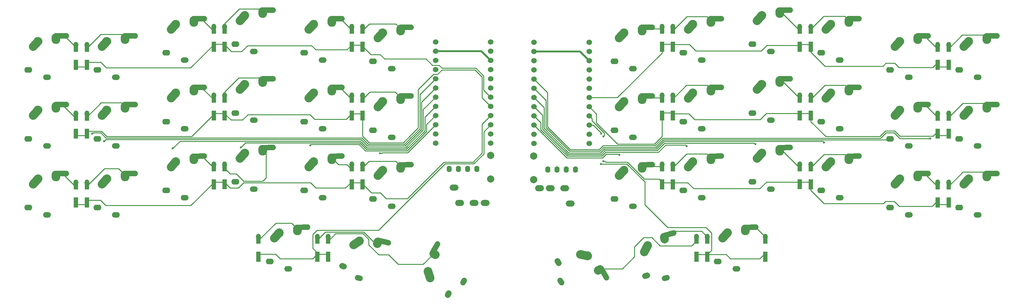
<source format=gbl>
G04 #@! TF.GenerationSoftware,KiCad,Pcbnew,5.1.5+dfsg1-2build2*
G04 #@! TF.CreationDate,2021-07-11T13:57:06+03:00*
G04 #@! TF.ProjectId,corne-light,636f726e-652d-46c6-9967-68742e6b6963,2.0*
G04 #@! TF.SameCoordinates,Original*
G04 #@! TF.FileFunction,Copper,L2,Bot*
G04 #@! TF.FilePolarity,Positive*
%FSLAX46Y46*%
G04 Gerber Fmt 4.6, Leading zero omitted, Abs format (unit mm)*
G04 Created by KiCad (PCBNEW 5.1.5+dfsg1-2build2) date 2021-07-11 13:57:06*
%MOMM*%
%LPD*%
G04 APERTURE LIST*
%ADD10R,1.300000X1.400000*%
%ADD11O,1.300000X1.778000*%
%ADD12R,1.300000X1.778000*%
%ADD13O,1.397000X1.778000*%
%ADD14O,2.500000X1.700000*%
%ADD15C,2.000000*%
%ADD16C,2.400000*%
%ADD17C,2.400000*%
%ADD18C,1.500000*%
%ADD19C,1.600000*%
%ADD20O,2.400000X2.950000*%
%ADD21O,2.200000X1.600000*%
%ADD22O,2.200000X1.500000*%
%ADD23C,1.524000*%
%ADD24C,0.600000*%
%ADD25C,0.254000*%
%ADD26C,0.250000*%
%ADD27C,0.508000*%
G04 APERTURE END LIST*
D10*
X30187500Y-82141875D03*
X30187500Y-85691875D03*
D11*
X30187500Y-80916875D03*
D12*
X30187500Y-86916875D03*
D10*
X33187500Y-82145000D03*
X33187500Y-85695000D03*
D11*
X33187500Y-80920000D03*
D12*
X33187500Y-86920000D03*
D10*
X270684847Y-82145432D03*
X270684847Y-85695432D03*
D11*
X270684847Y-80920432D03*
D12*
X270684847Y-86920432D03*
D10*
X109187500Y-58145000D03*
X109187500Y-61695000D03*
D11*
X109187500Y-56920000D03*
D12*
X109187500Y-62920000D03*
D10*
X191684847Y-58145432D03*
X191684847Y-61695432D03*
D11*
X191684847Y-56920432D03*
D12*
X191684847Y-62920432D03*
D10*
X194684847Y-58145432D03*
X194684847Y-61695432D03*
D11*
X194684847Y-56920432D03*
D12*
X194684847Y-62920432D03*
D10*
X229684847Y-58140432D03*
X229684847Y-61690432D03*
D11*
X229684847Y-56915432D03*
D12*
X229684847Y-62915432D03*
D10*
X232684847Y-58145432D03*
X232684847Y-61695432D03*
D11*
X232684847Y-56920432D03*
D12*
X232684847Y-62920432D03*
D10*
X267684847Y-63145432D03*
X267684847Y-66695432D03*
D11*
X267684847Y-61920432D03*
D12*
X267684847Y-67920432D03*
D10*
X270684847Y-63145432D03*
X270684847Y-66695432D03*
D11*
X270684847Y-61920432D03*
D12*
X270684847Y-67920432D03*
D10*
X191684847Y-39145432D03*
X191684847Y-42695432D03*
D11*
X191684847Y-37920432D03*
D12*
X191684847Y-43920432D03*
D10*
X194684847Y-39145432D03*
X194684847Y-42695432D03*
D11*
X194684847Y-37920432D03*
D12*
X194684847Y-43920432D03*
D10*
X229684847Y-39140432D03*
X229684847Y-42690432D03*
D11*
X229684847Y-37915432D03*
D12*
X229684847Y-43915432D03*
D10*
X232684847Y-39145432D03*
X232684847Y-42695432D03*
D11*
X232684847Y-37920432D03*
D12*
X232684847Y-43920432D03*
D10*
X267684847Y-44145432D03*
X267684847Y-47695432D03*
D11*
X267684847Y-42920432D03*
D12*
X267684847Y-48920432D03*
D10*
X270684847Y-44145432D03*
X270684847Y-47695432D03*
D11*
X270684847Y-42920432D03*
D12*
X270684847Y-48920432D03*
D10*
X201194847Y-97140432D03*
X201194847Y-100690432D03*
D11*
X201194847Y-95915432D03*
D12*
X201194847Y-101915432D03*
D10*
X204194847Y-97140432D03*
X204194847Y-100690432D03*
D11*
X204194847Y-95915432D03*
D12*
X204194847Y-101915432D03*
D10*
X220184847Y-97155432D03*
X220184847Y-100705432D03*
D11*
X220184847Y-95930432D03*
D12*
X220184847Y-101930432D03*
D10*
X191684847Y-77145432D03*
X191684847Y-80695432D03*
D11*
X191684847Y-75920432D03*
D12*
X191684847Y-81920432D03*
D10*
X194684847Y-77145432D03*
X194684847Y-80695432D03*
D11*
X194684847Y-75920432D03*
D12*
X194684847Y-81920432D03*
D10*
X229684847Y-77140432D03*
X229684847Y-80690432D03*
D11*
X229684847Y-75915432D03*
D12*
X229684847Y-81915432D03*
D10*
X232684847Y-77145432D03*
X232684847Y-80695432D03*
D11*
X232684847Y-75920432D03*
D12*
X232684847Y-81920432D03*
D10*
X267684847Y-82145432D03*
X267684847Y-85695432D03*
D11*
X267684847Y-80920432D03*
D12*
X267684847Y-86920432D03*
D10*
X30187500Y-44141875D03*
X30187500Y-47691875D03*
D11*
X30187500Y-42916875D03*
D12*
X30187500Y-48916875D03*
D10*
X33187500Y-44145000D03*
X33187500Y-47695000D03*
D11*
X33187500Y-42920000D03*
D12*
X33187500Y-48920000D03*
D10*
X68187500Y-39145000D03*
X68187500Y-42695000D03*
D11*
X68187500Y-37920000D03*
D12*
X68187500Y-43920000D03*
D10*
X71187500Y-39140000D03*
X71187500Y-42690000D03*
D11*
X71187500Y-37915000D03*
D12*
X71187500Y-43915000D03*
D10*
X106187500Y-39145000D03*
X106187500Y-42695000D03*
D11*
X106187500Y-37920000D03*
D12*
X106187500Y-43920000D03*
D10*
X109187500Y-39145000D03*
X109187500Y-42695000D03*
D11*
X109187500Y-37920000D03*
D12*
X109187500Y-43920000D03*
D10*
X30187500Y-63141875D03*
X30187500Y-66691875D03*
D11*
X30187500Y-61916875D03*
D12*
X30187500Y-67916875D03*
D10*
X33187500Y-63145000D03*
X33187500Y-66695000D03*
D11*
X33187500Y-61920000D03*
D12*
X33187500Y-67920000D03*
D10*
X68187500Y-58145000D03*
X68187500Y-61695000D03*
D11*
X68187500Y-56920000D03*
D12*
X68187500Y-62920000D03*
D10*
X71187500Y-58140000D03*
X71187500Y-61690000D03*
D11*
X71187500Y-56915000D03*
D12*
X71187500Y-62915000D03*
D10*
X106187500Y-58145000D03*
X106187500Y-61695000D03*
D11*
X106187500Y-56920000D03*
D12*
X106187500Y-62920000D03*
D10*
X68187500Y-77145000D03*
X68187500Y-80695000D03*
D11*
X68187500Y-75920000D03*
D12*
X68187500Y-81920000D03*
D10*
X71187500Y-77140000D03*
X71187500Y-80690000D03*
D11*
X71187500Y-75915000D03*
D12*
X71187500Y-81915000D03*
D10*
X106187500Y-77145000D03*
X106187500Y-80695000D03*
D11*
X106187500Y-75920000D03*
D12*
X106187500Y-81920000D03*
D10*
X109187500Y-77145000D03*
X109187500Y-80695000D03*
D11*
X109187500Y-75920000D03*
D12*
X109187500Y-81920000D03*
D10*
X80507500Y-97135000D03*
X80507500Y-100685000D03*
D11*
X80507500Y-95910000D03*
D12*
X80507500Y-101910000D03*
D10*
X96687500Y-97130000D03*
X96687500Y-100680000D03*
D11*
X96687500Y-95905000D03*
D12*
X96687500Y-101905000D03*
D10*
X99687500Y-97130000D03*
X99687500Y-100680000D03*
D11*
X99687500Y-95905000D03*
D12*
X99687500Y-101905000D03*
D13*
X167877500Y-77310000D03*
X165337500Y-77310000D03*
X162797500Y-77310000D03*
X160257500Y-77310000D03*
X140648500Y-77168000D03*
X138108500Y-77168000D03*
X135568500Y-77168000D03*
X133028500Y-77168000D03*
D14*
X166407847Y-86665432D03*
X164907847Y-82465432D03*
X160907847Y-82465432D03*
X157907847Y-82465432D03*
X134414500Y-82332000D03*
X135914500Y-86532000D03*
X139914500Y-86532000D03*
X142914500Y-86532000D03*
D15*
X156374847Y-73567432D03*
X156374847Y-80067432D03*
X144504500Y-73421000D03*
X144504500Y-79921000D03*
D16*
X171199508Y-101145359D02*
X169243212Y-100729535D01*
X174579926Y-104922996D02*
X174103612Y-105197996D01*
D17*
X171148949Y-101130368D03*
D18*
X174947065Y-104653405D02*
X176418927Y-107152129D01*
D19*
X162857348Y-102568894D02*
X163157348Y-103088510D01*
D18*
X163650297Y-107942323D02*
X164000297Y-108548541D01*
D16*
X127211101Y-105408783D02*
X127829135Y-107310897D01*
X128792421Y-100592436D02*
X129268735Y-100867436D01*
D17*
X127223398Y-105460064D03*
D18*
X128375379Y-100409280D02*
X129803407Y-97885248D01*
D19*
X132614999Y-111921538D02*
X132914999Y-111401922D01*
D18*
X136872050Y-108548109D02*
X137222050Y-107941891D01*
D16*
X114725762Y-77508710D02*
X113387500Y-78995000D01*
D20*
X119687500Y-76745000D03*
D17*
X114687500Y-77545000D03*
D18*
X119637597Y-76017252D02*
X122537487Y-75991946D01*
D21*
X112087500Y-85445000D03*
D22*
X117187500Y-87445000D03*
D16*
X200223109Y-56134142D02*
X198884847Y-57620432D01*
D20*
X205184847Y-55370432D03*
D17*
X200184847Y-56170432D03*
D18*
X205134944Y-54642684D02*
X208034834Y-54617378D01*
D21*
X197584847Y-64070432D03*
D22*
X202684847Y-66070432D03*
D16*
X95725762Y-56133710D02*
X94387500Y-57620000D01*
D20*
X100687500Y-55370000D03*
D17*
X95687500Y-56170000D03*
D18*
X100637597Y-54642252D02*
X103537487Y-54616946D01*
D21*
X93087500Y-64070000D03*
D22*
X98187500Y-66070000D03*
D16*
X181223109Y-58509142D02*
X179884847Y-59995432D01*
D20*
X186184847Y-57745432D03*
D17*
X181184847Y-58545432D03*
D18*
X186134944Y-57017684D02*
X189034834Y-56992378D01*
D21*
X178584847Y-66445432D03*
D22*
X183684847Y-68445432D03*
D16*
X187762320Y-98283820D02*
X186854340Y-100065834D01*
X192286155Y-95996310D02*
X192428505Y-96527570D01*
D17*
X187734756Y-98328776D03*
D18*
X192120773Y-95571906D02*
X194915301Y-94796914D01*
D19*
X186978242Y-106710166D02*
X187557798Y-106554874D01*
D18*
X192373805Y-107334981D02*
X193049953Y-107153807D01*
D16*
X38725762Y-60883710D02*
X37387500Y-62370000D01*
D20*
X43687500Y-60120000D03*
D17*
X38687500Y-60920000D03*
D18*
X43637597Y-59392252D02*
X46537487Y-59366946D01*
D21*
X36087500Y-68820000D03*
D22*
X41187500Y-70820000D03*
D16*
X19725762Y-60883710D02*
X18387500Y-62370000D01*
D20*
X24687500Y-60120000D03*
D17*
X19687500Y-60920000D03*
D18*
X24637597Y-59392252D02*
X27537487Y-59366946D01*
D21*
X17087500Y-68820000D03*
D22*
X22187500Y-70820000D03*
D16*
X19725762Y-41883710D02*
X18387500Y-43370000D01*
D20*
X24687500Y-41120000D03*
D17*
X19687500Y-41920000D03*
D18*
X24637597Y-40392252D02*
X27537487Y-40366946D01*
D21*
X17087500Y-49820000D03*
D22*
X22187500Y-51820000D03*
D16*
X38725762Y-41883710D02*
X37387500Y-43370000D01*
D20*
X43687500Y-41120000D03*
D17*
X38687500Y-41920000D03*
D18*
X43637597Y-40392252D02*
X46537487Y-40366946D01*
D21*
X36087500Y-49820000D03*
D22*
X41187500Y-51820000D03*
D16*
X219223109Y-72759142D02*
X217884847Y-74245432D01*
D20*
X224184847Y-71995432D03*
D17*
X219184847Y-72795432D03*
D18*
X224134944Y-71267684D02*
X227034834Y-71242378D01*
D21*
X216584847Y-80695432D03*
D22*
X221684847Y-82695432D03*
D16*
X57725762Y-56133710D02*
X56387500Y-57620000D01*
D20*
X62687500Y-55370000D03*
D17*
X57687500Y-56170000D03*
D18*
X62637597Y-54642252D02*
X65537487Y-54616946D01*
D21*
X55087500Y-64070000D03*
D22*
X60187500Y-66070000D03*
D16*
X200223109Y-37134142D02*
X198884847Y-38620432D01*
D20*
X205184847Y-36370432D03*
D17*
X200184847Y-37170432D03*
D18*
X205134944Y-35642684D02*
X208034834Y-35617378D01*
D21*
X197584847Y-45070432D03*
D22*
X202684847Y-47070432D03*
D16*
X57725762Y-37133710D02*
X56387500Y-38620000D01*
D20*
X62687500Y-36370000D03*
D17*
X57687500Y-37170000D03*
D18*
X62637597Y-35642252D02*
X65537487Y-35616946D01*
D21*
X55087500Y-45070000D03*
D22*
X60187500Y-47070000D03*
D16*
X38725762Y-79883710D02*
X37387500Y-81370000D01*
D20*
X43687500Y-79120000D03*
D17*
X38687500Y-79920000D03*
D18*
X43637597Y-78392252D02*
X46537487Y-78366946D01*
D21*
X36087500Y-87820000D03*
D22*
X41187500Y-89820000D03*
D16*
X181223109Y-39509142D02*
X179884847Y-40995432D01*
D20*
X186184847Y-38745432D03*
D17*
X181184847Y-39545432D03*
D18*
X186134944Y-38017684D02*
X189034834Y-37992378D01*
D21*
X178584847Y-47445432D03*
D22*
X183684847Y-49445432D03*
D16*
X114725762Y-58508710D02*
X113387500Y-59995000D01*
D20*
X119687500Y-57745000D03*
D17*
X114687500Y-58545000D03*
D18*
X119637597Y-57017252D02*
X122537487Y-56991946D01*
D21*
X112087500Y-66445000D03*
D22*
X117187500Y-68445000D03*
D16*
X108354312Y-97009099D02*
X106676970Y-98098377D01*
X113415821Y-97289974D02*
X113273471Y-97821234D01*
D17*
X108307962Y-97034249D03*
D18*
X113484799Y-96839738D02*
X116292427Y-97565840D01*
D19*
X103462106Y-103914488D02*
X104041662Y-104069780D01*
D18*
X107822394Y-107153375D02*
X108498542Y-107334549D01*
D16*
X76725762Y-53758710D02*
X75387500Y-55245000D01*
D20*
X81687500Y-52995000D03*
D17*
X76687500Y-53795000D03*
D18*
X81637597Y-52267252D02*
X84537487Y-52241946D01*
D21*
X74087500Y-61695000D03*
D22*
X79187500Y-63695000D03*
D16*
X57725762Y-75133710D02*
X56387500Y-76620000D01*
D20*
X62687500Y-74370000D03*
D17*
X57687500Y-75170000D03*
D18*
X62637597Y-73642252D02*
X65537487Y-73616946D01*
D21*
X55087500Y-83070000D03*
D22*
X60187500Y-85070000D03*
D16*
X76725762Y-72758710D02*
X75387500Y-74245000D01*
D20*
X81687500Y-71995000D03*
D17*
X76687500Y-72795000D03*
D18*
X81637597Y-71267252D02*
X84537487Y-71241946D01*
D21*
X74087500Y-80695000D03*
D22*
X79187500Y-82695000D03*
D16*
X95725762Y-75133710D02*
X94387500Y-76620000D01*
D20*
X100687500Y-74370000D03*
D17*
X95687500Y-75170000D03*
D18*
X100637597Y-73642252D02*
X103537487Y-73616946D01*
D21*
X93087500Y-83070000D03*
D22*
X98187500Y-85070000D03*
D16*
X86225762Y-94758710D02*
X84887500Y-96245000D01*
D20*
X91187500Y-93995000D03*
D17*
X86187500Y-94795000D03*
D18*
X91137597Y-93267252D02*
X94037487Y-93241946D01*
D21*
X83587500Y-102695000D03*
D22*
X88687500Y-104695000D03*
D16*
X19725762Y-79883710D02*
X18387500Y-81370000D01*
D20*
X24687500Y-79120000D03*
D17*
X19687500Y-79920000D03*
D18*
X24637597Y-78392252D02*
X27537487Y-78366946D01*
D21*
X17087500Y-87820000D03*
D22*
X22187500Y-89820000D03*
D16*
X181223109Y-77509142D02*
X179884847Y-78995432D01*
D20*
X186184847Y-76745432D03*
D17*
X181184847Y-77545432D03*
D18*
X186134944Y-76017684D02*
X189034834Y-75992378D01*
D21*
X178584847Y-85445432D03*
D22*
X183684847Y-87445432D03*
D16*
X276223109Y-60884142D02*
X274884847Y-62370432D01*
D20*
X281184847Y-60120432D03*
D17*
X276184847Y-60920432D03*
D18*
X281134944Y-59392684D02*
X284034834Y-59367378D01*
D21*
X273584847Y-68820432D03*
D22*
X278684847Y-70820432D03*
D16*
X257223109Y-41884142D02*
X255884847Y-43370432D01*
D20*
X262184847Y-41120432D03*
D17*
X257184847Y-41920432D03*
D18*
X262134944Y-40392684D02*
X265034834Y-40367378D01*
D21*
X254584847Y-49820432D03*
D22*
X259684847Y-51820432D03*
D16*
X209723109Y-94759142D02*
X208384847Y-96245432D01*
D20*
X214684847Y-93995432D03*
D17*
X209684847Y-94795432D03*
D18*
X214634944Y-93267684D02*
X217534834Y-93242378D01*
D21*
X207084847Y-102695432D03*
D22*
X212184847Y-104695432D03*
D16*
X200223109Y-75134142D02*
X198884847Y-76620432D01*
D20*
X205184847Y-74370432D03*
D17*
X200184847Y-75170432D03*
D18*
X205134944Y-73642684D02*
X208034834Y-73617378D01*
D21*
X197584847Y-83070432D03*
D22*
X202684847Y-85070432D03*
D16*
X238223109Y-75134142D02*
X236884847Y-76620432D01*
D20*
X243184847Y-74370432D03*
D17*
X238184847Y-75170432D03*
D18*
X243134944Y-73642684D02*
X246034834Y-73617378D01*
D21*
X235584847Y-83070432D03*
D22*
X240684847Y-85070432D03*
D16*
X257223109Y-79884142D02*
X255884847Y-81370432D01*
D20*
X262184847Y-79120432D03*
D17*
X257184847Y-79920432D03*
D18*
X262134944Y-78392684D02*
X265034834Y-78367378D01*
D21*
X254584847Y-87820432D03*
D22*
X259684847Y-89820432D03*
D16*
X276223109Y-79884142D02*
X274884847Y-81370432D01*
D20*
X281184847Y-79120432D03*
D17*
X276184847Y-79920432D03*
D18*
X281134944Y-78392684D02*
X284034834Y-78367378D01*
D21*
X273584847Y-87820432D03*
D22*
X278684847Y-89820432D03*
D16*
X219223109Y-53759142D02*
X217884847Y-55245432D01*
D20*
X224184847Y-52995432D03*
D17*
X219184847Y-53795432D03*
D18*
X224134944Y-52267684D02*
X227034834Y-52242378D01*
D21*
X216584847Y-61695432D03*
D22*
X221684847Y-63695432D03*
D16*
X238223109Y-56134142D02*
X236884847Y-57620432D01*
D20*
X243184847Y-55370432D03*
D17*
X238184847Y-56170432D03*
D18*
X243134944Y-54642684D02*
X246034834Y-54617378D01*
D21*
X235584847Y-64070432D03*
D22*
X240684847Y-66070432D03*
D16*
X257223109Y-60884142D02*
X255884847Y-62370432D01*
D20*
X262184847Y-60120432D03*
D17*
X257184847Y-60920432D03*
D18*
X262134944Y-59392684D02*
X265034834Y-59367378D01*
D21*
X254584847Y-68820432D03*
D22*
X259684847Y-70820432D03*
D16*
X219223109Y-34759142D02*
X217884847Y-36245432D01*
D20*
X224184847Y-33995432D03*
D17*
X219184847Y-34795432D03*
D18*
X224134944Y-33267684D02*
X227034834Y-33242378D01*
D21*
X216584847Y-42695432D03*
D22*
X221684847Y-44695432D03*
D16*
X238223109Y-37134142D02*
X236884847Y-38620432D01*
D20*
X243184847Y-36370432D03*
D17*
X238184847Y-37170432D03*
D18*
X243134944Y-35642684D02*
X246034834Y-35617378D01*
D21*
X235584847Y-45070432D03*
D22*
X240684847Y-47070432D03*
D16*
X276223109Y-41884142D02*
X274884847Y-43370432D01*
D20*
X281184847Y-41120432D03*
D17*
X276184847Y-41920432D03*
D18*
X281134944Y-40392684D02*
X284034834Y-40367378D01*
D21*
X273584847Y-49820432D03*
D22*
X278684847Y-51820432D03*
D16*
X76725762Y-34758710D02*
X75387500Y-36245000D01*
D20*
X81687500Y-33995000D03*
D17*
X76687500Y-34795000D03*
D18*
X81637597Y-33267252D02*
X84537487Y-33241946D01*
D21*
X74087500Y-42695000D03*
D22*
X79187500Y-44695000D03*
D16*
X95725762Y-37133710D02*
X94387500Y-38620000D01*
D20*
X100687500Y-36370000D03*
D17*
X95687500Y-37170000D03*
D18*
X100637597Y-35642252D02*
X103537487Y-35616946D01*
D21*
X93087500Y-45070000D03*
D22*
X98187500Y-47070000D03*
D16*
X114725762Y-39508710D02*
X113387500Y-40995000D01*
D20*
X119687500Y-38745000D03*
D17*
X114687500Y-39545000D03*
D18*
X119637597Y-38017252D02*
X122537487Y-37991946D01*
D21*
X112087500Y-47445000D03*
D22*
X117187500Y-49445000D03*
D23*
X156454247Y-42208432D03*
X156454247Y-44748432D03*
X156454247Y-47288432D03*
X156454247Y-49828432D03*
X156454247Y-52368432D03*
X156454247Y-54908432D03*
X156454247Y-57448432D03*
X156454247Y-59988432D03*
X156454247Y-62528432D03*
X156454247Y-65068432D03*
X156454247Y-67608432D03*
X156454247Y-70148432D03*
X171674247Y-70148432D03*
X171674247Y-67608432D03*
X171674247Y-65068432D03*
X171674247Y-62528432D03*
X171674247Y-59988432D03*
X171674247Y-57448432D03*
X171674247Y-54908432D03*
X171674247Y-52368432D03*
X171674247Y-49828432D03*
X171674247Y-47288432D03*
X171674247Y-44748432D03*
X171674247Y-42208432D03*
X129283900Y-42082000D03*
X129283900Y-44622000D03*
X129283900Y-47162000D03*
X129283900Y-49702000D03*
X129283900Y-52242000D03*
X129283900Y-54782000D03*
X129283900Y-57322000D03*
X129283900Y-59862000D03*
X129283900Y-62402000D03*
X129283900Y-64942000D03*
X129283900Y-67482000D03*
X129283900Y-70022000D03*
X144503900Y-70022000D03*
X144503900Y-67482000D03*
X144503900Y-64942000D03*
X144503900Y-62402000D03*
X144503900Y-59862000D03*
X144503900Y-57322000D03*
X144503900Y-54782000D03*
X144503900Y-52242000D03*
X144503900Y-49702000D03*
X144503900Y-47162000D03*
X144503900Y-44622000D03*
X144503900Y-42082000D03*
D24*
X34697500Y-67410000D03*
X37984500Y-69494000D03*
X56884500Y-71461010D03*
X75637500Y-71190000D03*
X94797500Y-70620000D03*
X113984500Y-72835062D03*
X175514847Y-75010432D03*
X175514847Y-68200433D03*
X174894847Y-75770432D03*
X174964847Y-67370432D03*
X265644847Y-68717442D03*
X236382717Y-69847442D03*
X217444847Y-70301453D03*
X198523797Y-70834414D03*
X179944847Y-73240420D03*
D25*
X33184375Y-48916875D02*
X33187500Y-48920000D01*
X96294500Y-44224000D02*
X104883500Y-44224000D01*
X95134500Y-43064000D02*
X96294500Y-44224000D01*
X73001500Y-44714000D02*
X75834500Y-44714000D01*
X75834500Y-44714000D02*
X77484500Y-43064000D01*
X33197500Y-47660000D02*
X37020500Y-47660000D01*
X77484500Y-43064000D02*
X95134500Y-43064000D01*
X70947500Y-42660000D02*
X73001500Y-44714000D01*
X104883500Y-44224000D02*
X106197500Y-42910000D01*
X68322500Y-42660000D02*
X70947500Y-42660000D01*
X61768500Y-49214000D02*
X68322500Y-42660000D01*
X38574500Y-49214000D02*
X61768500Y-49214000D01*
X37020500Y-47660000D02*
X38574500Y-49214000D01*
X106322500Y-42910000D02*
X109187500Y-42910000D01*
X106197500Y-42785000D02*
X106322500Y-42910000D01*
X143741901Y-56560001D02*
X144503900Y-57322000D01*
X142548511Y-55366611D02*
X143741901Y-56560001D01*
X142548511Y-51458011D02*
X142548511Y-55366611D01*
X109197500Y-42910000D02*
X109197500Y-43285000D01*
X140384500Y-49294000D02*
X142548511Y-51458011D01*
X131084500Y-49294000D02*
X140384500Y-49294000D01*
X130274500Y-48484000D02*
X131084500Y-49294000D01*
X113994500Y-45514000D02*
X115254500Y-46774000D01*
X126674500Y-46774000D02*
X128384500Y-48484000D01*
X109197500Y-43285000D02*
X111426500Y-45514000D01*
X111426500Y-45514000D02*
X113994500Y-45514000D01*
X115254500Y-46774000D02*
X126674500Y-46774000D01*
X128384500Y-48484000D02*
X130274500Y-48484000D01*
D26*
X30187500Y-48916875D02*
X30187500Y-47691875D01*
X33187500Y-48920000D02*
X33187500Y-47695000D01*
X68187500Y-43920000D02*
X68187500Y-42695000D01*
X71187500Y-43915000D02*
X71187500Y-42690000D01*
X106187500Y-43920000D02*
X106187500Y-42695000D01*
X109187500Y-43920000D02*
X109187500Y-42695000D01*
X30190625Y-48920000D02*
X30187500Y-48916875D01*
X33187500Y-48920000D02*
X30190625Y-48920000D01*
X30187500Y-44141875D02*
X30197500Y-44131875D01*
D25*
X30197500Y-43535000D02*
X30197500Y-44285000D01*
X27502500Y-40840000D02*
X30197500Y-43535000D01*
X24727500Y-40840000D02*
X27502500Y-40840000D01*
D26*
X30187500Y-42916875D02*
X30187500Y-44141875D01*
D25*
X142094500Y-51704000D02*
X142094500Y-57452600D01*
X140184500Y-49794000D02*
X142094500Y-51704000D01*
X131084500Y-49794000D02*
X140184500Y-49794000D01*
X129874500Y-51004000D02*
X131084500Y-49794000D01*
X128714500Y-51004000D02*
X129874500Y-51004000D01*
X124520490Y-55198010D02*
X128714500Y-51004000D01*
X124520489Y-65828011D02*
X124520490Y-55198010D01*
X122154500Y-68194000D02*
X124520489Y-65828011D01*
X143741901Y-59100001D02*
X144503900Y-59862000D01*
X142094500Y-57452600D02*
X143741901Y-59100001D01*
D26*
X110996440Y-69905940D02*
X109187500Y-68097000D01*
X120442560Y-69905940D02*
X110996440Y-69905940D01*
X109187500Y-64059000D02*
X109187500Y-62920000D01*
X109187500Y-68097000D02*
X109187500Y-64059000D01*
X122154500Y-68194000D02*
X120442560Y-69905940D01*
D25*
X109187500Y-61910000D02*
X109187500Y-62920000D01*
X106197500Y-61910000D02*
X109187500Y-61910000D01*
X95994500Y-63414000D02*
X104693500Y-63414000D01*
X77604500Y-62124000D02*
X94704500Y-62124000D01*
X33187500Y-66777000D02*
X33256511Y-66707989D01*
X72911500Y-63624000D02*
X76104500Y-63624000D01*
X104693500Y-63414000D02*
X106197500Y-61910000D01*
X71197500Y-61785000D02*
X71197500Y-61910000D01*
X68447500Y-61785000D02*
X71197500Y-61785000D01*
X38608459Y-68127959D02*
X62104541Y-68127959D01*
X37188489Y-66707989D02*
X38608459Y-68127959D01*
X33187500Y-67920000D02*
X33187500Y-66777000D01*
X71197500Y-61910000D02*
X72911500Y-63624000D01*
X62104541Y-68127959D02*
X68447500Y-61785000D01*
X33256511Y-66707989D02*
X37188489Y-66707989D01*
X94704500Y-62124000D02*
X95994500Y-63414000D01*
X76104500Y-63624000D02*
X77604500Y-62124000D01*
D26*
X30187500Y-67916875D02*
X30187500Y-66691875D01*
X33187500Y-67920000D02*
X33187500Y-66695000D01*
X68187500Y-62920000D02*
X68187500Y-61695000D01*
X71187500Y-62915000D02*
X71187500Y-61690000D01*
X106187500Y-62920000D02*
X106187500Y-61695000D01*
X109187500Y-62920000D02*
X109187500Y-61695000D01*
X33187500Y-67920000D02*
X33197500Y-67930000D01*
X33184375Y-67916875D02*
X33187500Y-67920000D01*
X30187500Y-67916875D02*
X33184375Y-67916875D01*
D25*
X37032500Y-39950000D02*
X33197500Y-43785000D01*
X33197500Y-43785000D02*
X33197500Y-44160000D01*
X42837500Y-39950000D02*
X37032500Y-39950000D01*
X43727500Y-40840000D02*
X42837500Y-39950000D01*
D26*
X33187500Y-42920000D02*
X33187500Y-44145000D01*
D25*
X143741901Y-63163999D02*
X144503900Y-62402000D01*
X142124500Y-72774000D02*
X142124500Y-64781400D01*
X139624500Y-75274000D02*
X142124500Y-72774000D01*
X131631900Y-75274000D02*
X139624500Y-75274000D01*
X142124500Y-64781400D02*
X143741901Y-63163999D01*
X121555900Y-85350000D02*
X131631900Y-75274000D01*
X115847500Y-85350000D02*
X121555900Y-85350000D01*
X68072500Y-81035000D02*
X68072500Y-80785000D01*
X38384500Y-87234000D02*
X61873500Y-87234000D01*
X36935500Y-85785000D02*
X38384500Y-87234000D01*
X33447500Y-85785000D02*
X36935500Y-85785000D01*
X61873500Y-87234000D02*
X68072500Y-81035000D01*
X33322500Y-85910000D02*
X33447500Y-85785000D01*
X105947500Y-80910000D02*
X108947500Y-80910000D01*
X104433500Y-82424000D02*
X105947500Y-80910000D01*
X108947500Y-80910000D02*
X109197500Y-81160000D01*
X74943500Y-82414000D02*
X76393500Y-80964000D01*
X72701500Y-82414000D02*
X74943500Y-82414000D01*
X68322500Y-80785000D02*
X71072500Y-80785000D01*
X96334500Y-82424000D02*
X104433500Y-82424000D01*
X109197500Y-81160000D02*
X109322500Y-81160000D01*
X71072500Y-80785000D02*
X72701500Y-82414000D01*
X76393500Y-80964000D02*
X94874500Y-80964000D01*
X94874500Y-80964000D02*
X96334500Y-82424000D01*
X68177500Y-80930000D02*
X68322500Y-80785000D01*
D26*
X115727500Y-85350000D02*
X115837500Y-85350000D01*
X111622500Y-83710000D02*
X114087500Y-83710000D01*
X109197500Y-81285000D02*
X111622500Y-83710000D01*
X114087500Y-83710000D02*
X115727500Y-85350000D01*
X109197500Y-81035000D02*
X109197500Y-81285000D01*
X30187500Y-86916875D02*
X30187500Y-85691875D01*
X33187500Y-86920000D02*
X33187500Y-85695000D01*
X68187500Y-81920000D02*
X68187500Y-80695000D01*
X71187500Y-81915000D02*
X71187500Y-80690000D01*
X106187500Y-80695000D02*
X106187500Y-81920000D01*
X109187500Y-81920000D02*
X109187500Y-80695000D01*
X33184375Y-86916875D02*
X33187500Y-86920000D01*
X30187500Y-86916875D02*
X33184375Y-86916875D01*
D25*
X65127500Y-36090000D02*
X68072500Y-39035000D01*
X62727500Y-36090000D02*
X65127500Y-36090000D01*
D26*
X68187500Y-37920000D02*
X68187500Y-39145000D01*
D25*
X99572500Y-100660000D02*
X99697500Y-100785000D01*
X86465500Y-101905000D02*
X95452500Y-101905000D01*
X80572500Y-100660000D02*
X85220500Y-100660000D01*
X96697500Y-100660000D02*
X99572500Y-100660000D01*
X95452500Y-101905000D02*
X96697500Y-100660000D01*
X85220500Y-100660000D02*
X86465500Y-101905000D01*
D26*
X80507500Y-101910000D02*
X80507500Y-100685000D01*
X96687500Y-101905000D02*
X96687500Y-100680000D01*
X99687500Y-101905000D02*
X99687500Y-100680000D01*
D25*
X95484500Y-99072000D02*
X96687500Y-100275000D01*
X95484500Y-95248000D02*
X95484500Y-99072000D01*
X113584500Y-94094000D02*
X110003568Y-94094000D01*
X101210212Y-94085980D02*
X101202192Y-94094000D01*
X109995547Y-94085979D02*
X101210212Y-94085980D01*
X110003568Y-94094000D02*
X109995547Y-94085979D01*
X142578511Y-66867389D02*
X142578511Y-72962057D01*
X101202192Y-94094000D02*
X96638500Y-94094000D01*
X144503900Y-64942000D02*
X142578511Y-66867389D01*
X131950489Y-75728011D02*
X113584500Y-94094000D01*
X142578511Y-72962057D02*
X139812558Y-75728010D01*
X139812558Y-75728010D02*
X131950489Y-75728011D01*
X96638500Y-94094000D02*
X95484500Y-95248000D01*
X71197500Y-37010000D02*
X71197500Y-39035000D01*
X75257500Y-32950000D02*
X71197500Y-37010000D01*
X80962500Y-32950000D02*
X75257500Y-32950000D01*
X81727500Y-33715000D02*
X80962500Y-32950000D01*
D26*
X71187500Y-37915000D02*
X71187500Y-39140000D01*
D25*
X106197500Y-38785000D02*
X106197500Y-39160000D01*
X103502500Y-36090000D02*
X106197500Y-38785000D01*
X100727500Y-36090000D02*
X103502500Y-36090000D01*
D26*
X106187500Y-37920000D02*
X106187500Y-39145000D01*
D25*
X109197500Y-38910000D02*
X109197500Y-39035000D01*
X111027500Y-37080000D02*
X109197500Y-38910000D01*
X118342500Y-37080000D02*
X111027500Y-37080000D01*
X119727500Y-38465000D02*
X118342500Y-37080000D01*
D26*
X109187500Y-37920000D02*
X109187500Y-39145000D01*
D25*
X26867500Y-59840000D02*
X30187500Y-63160000D01*
X24727500Y-59840000D02*
X26867500Y-59840000D01*
D26*
X30187500Y-61916875D02*
X30187500Y-63141875D01*
D25*
X37112500Y-58870000D02*
X33187500Y-62795000D01*
X42757500Y-58870000D02*
X37112500Y-58870000D01*
X33187500Y-62795000D02*
X33187500Y-63035000D01*
X43727500Y-59840000D02*
X42757500Y-58870000D01*
D26*
X33187500Y-61920000D02*
X33187500Y-63145000D01*
D25*
X65252500Y-55090000D02*
X68072500Y-57910000D01*
X62727500Y-55090000D02*
X65252500Y-55090000D01*
D26*
X68187500Y-56920000D02*
X68187500Y-58145000D01*
D25*
X71187500Y-55890000D02*
X71187500Y-56915000D01*
X75077500Y-52000000D02*
X71187500Y-55890000D01*
X81012500Y-52000000D02*
X75077500Y-52000000D01*
X81727500Y-52715000D02*
X81012500Y-52000000D01*
D26*
X71187500Y-56915000D02*
X71187500Y-58140000D01*
D25*
X103377500Y-55090000D02*
X106197500Y-57910000D01*
X106197500Y-57910000D02*
X106197500Y-58035000D01*
X100727500Y-55090000D02*
X103377500Y-55090000D01*
D26*
X106187500Y-56920000D02*
X106187500Y-58145000D01*
D25*
X111197500Y-55910000D02*
X109197500Y-57910000D01*
X118172500Y-55910000D02*
X111197500Y-55910000D01*
X119727500Y-57465000D02*
X118172500Y-55910000D01*
D26*
X109187500Y-56920000D02*
X109187500Y-58145000D01*
D25*
X26877500Y-78840000D02*
X30072500Y-82035000D01*
X24727500Y-78840000D02*
X26877500Y-78840000D01*
D26*
X30187500Y-80916875D02*
X30187500Y-82141875D01*
D25*
X34312500Y-80785000D02*
X33187500Y-81910000D01*
X38087500Y-77020000D02*
X34322500Y-80785000D01*
X34322500Y-80785000D02*
X34312500Y-80785000D01*
X41907500Y-77020000D02*
X38087500Y-77020000D01*
X43727500Y-78840000D02*
X41907500Y-77020000D01*
D26*
X33187500Y-80920000D02*
X33187500Y-82145000D01*
D25*
X68187500Y-76900000D02*
X68187500Y-77035000D01*
X65377500Y-74090000D02*
X68187500Y-76900000D01*
X62727500Y-74090000D02*
X65377500Y-74090000D01*
D26*
X68187500Y-75920000D02*
X68187500Y-77145000D01*
X72677500Y-78520000D02*
X71211500Y-77054000D01*
X81687500Y-71995000D02*
X82557500Y-72865000D01*
X76407500Y-80510000D02*
X74417500Y-78520000D01*
X71211500Y-77054000D02*
X71187500Y-77054000D01*
X81622500Y-80510000D02*
X76407500Y-80510000D01*
X82557500Y-79575000D02*
X81622500Y-80510000D01*
X74417500Y-78520000D02*
X72677500Y-78520000D01*
X82557500Y-72865000D02*
X82557500Y-79575000D01*
X71187500Y-75915000D02*
X71187500Y-77140000D01*
D25*
X104832500Y-75920000D02*
X106072500Y-77160000D01*
X102557500Y-75920000D02*
X104832500Y-75920000D01*
X100727500Y-74090000D02*
X102557500Y-75920000D01*
D26*
X106187500Y-75920000D02*
X106187500Y-77145000D01*
D25*
X109197500Y-76785000D02*
X109197500Y-77160000D01*
X110932500Y-75050000D02*
X109197500Y-76785000D01*
X118312500Y-75050000D02*
X110932500Y-75050000D01*
X119727500Y-76465000D02*
X118312500Y-75050000D01*
D26*
X109187500Y-75920000D02*
X109187500Y-77145000D01*
X80507500Y-97135000D02*
X80447500Y-97075000D01*
D25*
X85277500Y-92080000D02*
X80572500Y-96785000D01*
X80572500Y-96785000D02*
X80572500Y-97035000D01*
X89592500Y-92080000D02*
X85277500Y-92080000D01*
X91227500Y-93715000D02*
X89592500Y-92080000D01*
D26*
X80507500Y-95910000D02*
X80507500Y-97135000D01*
D25*
X96822500Y-96660000D02*
X96822500Y-97035000D01*
X98934489Y-94548011D02*
X96822500Y-96660000D01*
X101390249Y-94548011D02*
X98934489Y-94548011D01*
X113455752Y-97295497D02*
X112242997Y-97295497D01*
X109487490Y-94539990D02*
X101398270Y-94539990D01*
X112242997Y-97295497D02*
X109487490Y-94539990D01*
X101398270Y-94539990D02*
X101390249Y-94548011D01*
D26*
X96687500Y-95905000D02*
X96687500Y-97130000D01*
D25*
X101730478Y-95002022D02*
X99822500Y-96910000D01*
X109307454Y-95002022D02*
X101730478Y-95002022D01*
X110897500Y-96592068D02*
X109307454Y-95002022D01*
X110897500Y-98130000D02*
X110897500Y-96592068D01*
X113647500Y-100880000D02*
X110897500Y-98130000D01*
X128808091Y-100555295D02*
X125889386Y-103474000D01*
X118974500Y-103474000D02*
X116380500Y-100880000D01*
X116380500Y-100880000D02*
X113647500Y-100880000D01*
X125889386Y-103474000D02*
X118974500Y-103474000D01*
D26*
X99687500Y-95905000D02*
X99687500Y-97130000D01*
D27*
X141963900Y-44622000D02*
X144503900Y-47162000D01*
X129283900Y-44622000D02*
X141963900Y-44622000D01*
D25*
X129283900Y-52242000D02*
X124974500Y-56551400D01*
X124974500Y-56551400D02*
X124974500Y-66041060D01*
X124974500Y-66041060D02*
X122321573Y-68693987D01*
D26*
X122321573Y-68693987D02*
X120659611Y-70355949D01*
X109083740Y-68674000D02*
X109074500Y-68674000D01*
X120659611Y-70355949D02*
X110765689Y-70355949D01*
X110765689Y-70355949D02*
X109083740Y-68674000D01*
X34947500Y-67160000D02*
X34697500Y-67410000D01*
X109076535Y-68676009D02*
X108980496Y-68579970D01*
X108980496Y-68579970D02*
X38421230Y-68579970D01*
X37001260Y-67160000D02*
X34947500Y-67160000D01*
X38421230Y-68579970D02*
X37001260Y-67160000D01*
D25*
X125428510Y-66229115D02*
X120849665Y-70807959D01*
X120849665Y-70807959D02*
X110559219Y-70807959D01*
X129283900Y-54782000D02*
X125428511Y-58637389D01*
X125428511Y-58637389D02*
X125428510Y-66229115D01*
X110559219Y-70807959D02*
X108783238Y-69031978D01*
X38446522Y-69031978D02*
X38284499Y-69194001D01*
X38284499Y-69194001D02*
X37984500Y-69494000D01*
X108783238Y-69031978D02*
X38446522Y-69031978D01*
X57184499Y-71161011D02*
X56884500Y-71461010D01*
X108595181Y-69485989D02*
X58859521Y-69485989D01*
X121037723Y-71261970D02*
X110371161Y-71261969D01*
X125882520Y-66417173D02*
X121037723Y-71261970D01*
X110371161Y-71261969D02*
X108595181Y-69485989D01*
X129283900Y-57322000D02*
X125882521Y-60723379D01*
X58859521Y-69485989D02*
X57184499Y-71161011D01*
X125882521Y-60723379D02*
X125882520Y-66417173D01*
X121225781Y-71715981D02*
X126336530Y-66605234D01*
X126336531Y-62809369D02*
X129283900Y-59862000D01*
X110183103Y-71715979D02*
X121225781Y-71715981D01*
X108407124Y-69940000D02*
X110183103Y-71715979D01*
X126336530Y-66605234D02*
X126336531Y-62809369D01*
X76887500Y-69940000D02*
X108407124Y-69940000D01*
X75637500Y-71190000D02*
X76887500Y-69940000D01*
X95017500Y-70400000D02*
X94797500Y-70620000D01*
X109977489Y-72169989D02*
X108207500Y-70400000D01*
X121413843Y-72169989D02*
X109977489Y-72169989D01*
X126790541Y-64895359D02*
X126790540Y-66793292D01*
X108207500Y-70400000D02*
X95017500Y-70400000D01*
X126790540Y-66793292D02*
X121413843Y-72169989D01*
X129283900Y-62402000D02*
X126790541Y-64895359D01*
X114408764Y-72835062D02*
X113984500Y-72835062D01*
X121601900Y-72624000D02*
X114619826Y-72624000D01*
X114619826Y-72624000D02*
X114408764Y-72835062D01*
X129283900Y-64942000D02*
X121601900Y-72624000D01*
X274467500Y-40140000D02*
X270684847Y-43922653D01*
X280524415Y-40140000D02*
X274467500Y-40140000D01*
X270684847Y-43922653D02*
X270684847Y-44035000D01*
X281224847Y-40840432D02*
X280524415Y-40140000D01*
D26*
X270684847Y-42920432D02*
X270684847Y-44145432D01*
D25*
X270684847Y-47967932D02*
X270684847Y-48920432D01*
X229697500Y-42785000D02*
X229684847Y-42797653D01*
X232572500Y-42785000D02*
X229697500Y-42785000D01*
X232684847Y-42897347D02*
X232572500Y-42785000D01*
X194976636Y-42660000D02*
X191684847Y-42660000D01*
X199284415Y-42785000D02*
X195101636Y-42785000D01*
X201029847Y-44530432D02*
X199284415Y-42785000D01*
X195101636Y-42785000D02*
X194976636Y-42660000D01*
X220624847Y-42980432D02*
X219074847Y-44530432D01*
X229572500Y-42785000D02*
X229322500Y-42785000D01*
X229127068Y-42980432D02*
X220624847Y-42980432D01*
X191684847Y-45102653D02*
X179339068Y-57448432D01*
X179339068Y-57448432D02*
X171674247Y-57448432D01*
X219074847Y-44530432D02*
X201029847Y-44530432D01*
X191684847Y-42660000D02*
X191684847Y-45102653D01*
X229322500Y-42785000D02*
X229127068Y-42980432D01*
X236564847Y-48760432D02*
X232684847Y-44880432D01*
X232684847Y-44880432D02*
X232684847Y-42785000D01*
X253384847Y-47950432D02*
X252574847Y-48760432D01*
X256984847Y-49130432D02*
X255804847Y-47950432D01*
X266289568Y-49130432D02*
X256984847Y-49130432D01*
X252574847Y-48760432D02*
X236564847Y-48760432D01*
X255804847Y-47950432D02*
X253384847Y-47950432D01*
X267697500Y-47722500D02*
X266289568Y-49130432D01*
X267697500Y-47660000D02*
X267697500Y-47722500D01*
D26*
X191684847Y-43920432D02*
X191684847Y-42695432D01*
X194684847Y-43920432D02*
X194684847Y-42695432D01*
X229684847Y-43915432D02*
X229684847Y-42690432D01*
X232684847Y-43920432D02*
X232684847Y-42695432D01*
X267684847Y-48920432D02*
X267684847Y-47695432D01*
X270684847Y-48920432D02*
X270684847Y-47695432D01*
X268584847Y-48920432D02*
X270684847Y-48920432D01*
X267684847Y-48920432D02*
X268584847Y-48920432D01*
D25*
X264490279Y-40840432D02*
X267684847Y-44035000D01*
X262224847Y-40840432D02*
X264490279Y-40840432D01*
D26*
X267684847Y-42920432D02*
X267684847Y-44145432D01*
D25*
X232684847Y-38547653D02*
X232684847Y-39035000D01*
X236242500Y-34990000D02*
X232684847Y-38547653D01*
X242124415Y-34990000D02*
X236242500Y-34990000D01*
X243224847Y-36090432D02*
X242124415Y-34990000D01*
D26*
X232684847Y-37920432D02*
X232684847Y-39145432D01*
D25*
X224377932Y-33715432D02*
X229697500Y-39035000D01*
X224224847Y-33715432D02*
X224377932Y-33715432D01*
D26*
X229684847Y-37915432D02*
X229684847Y-39140432D01*
D25*
X194684847Y-38922653D02*
X194684847Y-39160000D01*
X198587500Y-35020000D02*
X194684847Y-38922653D01*
X204154415Y-35020000D02*
X198587500Y-35020000D01*
X205224847Y-36090432D02*
X204154415Y-35020000D01*
D26*
X194684847Y-37920432D02*
X194684847Y-39145432D01*
D25*
X191127932Y-38465432D02*
X191697500Y-39035000D01*
X186224847Y-38465432D02*
X191127932Y-38465432D01*
D26*
X191684847Y-37920432D02*
X191684847Y-39145432D01*
D25*
X270684847Y-66967932D02*
X270684847Y-67920432D01*
D26*
X191684847Y-68150432D02*
X191684847Y-62920432D01*
X189566858Y-70268421D02*
X191684847Y-68150432D01*
D25*
X180817267Y-70260432D02*
X189524847Y-70260432D01*
X173644847Y-61959032D02*
X173644847Y-64440432D01*
X179464847Y-70260432D02*
X180817267Y-70260432D01*
X173644847Y-64440432D02*
X179464847Y-70260432D01*
X171674247Y-59988432D02*
X173644847Y-61959032D01*
X229527068Y-61830432D02*
X229697500Y-61660000D01*
X220444847Y-61830432D02*
X229527068Y-61830432D01*
X218734847Y-63540432D02*
X220444847Y-61830432D01*
X199104415Y-61910000D02*
X200734847Y-63540432D01*
X194894415Y-61910000D02*
X199104415Y-61910000D01*
X200734847Y-63540432D02*
X218734847Y-63540432D01*
X194644415Y-61660000D02*
X194894415Y-61910000D01*
X191697500Y-61660000D02*
X194644415Y-61660000D01*
X191684847Y-61672653D02*
X191697500Y-61660000D01*
X191684847Y-62920432D02*
X191684847Y-61672653D01*
X232684847Y-61785000D02*
X229572500Y-61785000D01*
X232684847Y-64063432D02*
X232684847Y-61785000D01*
X251714847Y-68200432D02*
X236821847Y-68200432D01*
X236821847Y-68200432D02*
X232684847Y-64063432D01*
X253258858Y-66656421D02*
X251714847Y-68200432D01*
X255840836Y-66656421D02*
X253258858Y-66656421D01*
X267822500Y-66660000D02*
X266392068Y-68090432D01*
X266392068Y-68090432D02*
X257274847Y-68090432D01*
X257274847Y-68090432D02*
X255840836Y-66656421D01*
D26*
X194684847Y-62920432D02*
X194684847Y-61695432D01*
X191684847Y-62920432D02*
X191684847Y-61695432D01*
X229684847Y-62915432D02*
X229684847Y-61690432D01*
X232684847Y-62920432D02*
X232684847Y-61695432D01*
X267684847Y-67920432D02*
X267684847Y-66695432D01*
X270684847Y-67920432D02*
X270684847Y-66695432D01*
X267684847Y-67920432D02*
X270684847Y-67920432D01*
D25*
X270697500Y-62910000D02*
X270697500Y-63035000D01*
X274617500Y-58990000D02*
X270697500Y-62910000D01*
X280374415Y-58990000D02*
X274617500Y-58990000D01*
X281224847Y-59840432D02*
X280374415Y-58990000D01*
D26*
X270684847Y-61920432D02*
X270684847Y-63145432D01*
D25*
X264615279Y-59840432D02*
X267684847Y-62910000D01*
X262224847Y-59840432D02*
X264615279Y-59840432D01*
D26*
X267684847Y-61920432D02*
X267684847Y-63145432D01*
D25*
X236587500Y-54020000D02*
X232697500Y-57910000D01*
X242154415Y-54020000D02*
X236587500Y-54020000D01*
X243224847Y-55090432D02*
X242154415Y-54020000D01*
D26*
X232684847Y-56920432D02*
X232684847Y-58145432D01*
D25*
X229684847Y-57647347D02*
X229684847Y-58035000D01*
X224752932Y-52715432D02*
X229684847Y-57647347D01*
X224224847Y-52715432D02*
X224752932Y-52715432D01*
D26*
X229684847Y-56915432D02*
X229684847Y-58140432D01*
D25*
X198442500Y-54040000D02*
X194684847Y-57797653D01*
X204174415Y-54040000D02*
X198442500Y-54040000D01*
X194684847Y-57797653D02*
X194684847Y-58160000D01*
X205224847Y-55090432D02*
X204174415Y-54040000D01*
D26*
X194684847Y-56920432D02*
X194684847Y-58145432D01*
D25*
X191002932Y-57465432D02*
X191697500Y-58160000D01*
X186224847Y-57465432D02*
X191002932Y-57465432D01*
D26*
X191684847Y-56920432D02*
X191684847Y-58145432D01*
D25*
X270684847Y-85967932D02*
X270684847Y-86920432D01*
X171674247Y-62528432D02*
X172436246Y-63290431D01*
X172436246Y-63290431D02*
X172436246Y-63873899D01*
X175814846Y-67252499D02*
X175814846Y-67900434D01*
X172436246Y-63873899D02*
X175814846Y-67252499D01*
X175814846Y-67900434D02*
X175514847Y-68200433D01*
X176188679Y-75260000D02*
X175939111Y-75010432D01*
X182147500Y-75260000D02*
X176188679Y-75260000D01*
X186827932Y-79940432D02*
X182147500Y-75260000D01*
X190847847Y-79940432D02*
X186827932Y-79940432D01*
X191684847Y-80777432D02*
X190847847Y-79940432D01*
X175939111Y-75010432D02*
X175514847Y-75010432D01*
X191684847Y-80910000D02*
X194684847Y-80910000D01*
X200464847Y-82590432D02*
X198784415Y-80910000D01*
X198784415Y-80910000D02*
X194822500Y-80910000D01*
X218664847Y-82590432D02*
X200464847Y-82590432D01*
X229572500Y-80750432D02*
X220504847Y-80750432D01*
X229607068Y-80785000D02*
X229572500Y-80750432D01*
X220504847Y-80750432D02*
X218664847Y-82590432D01*
X232684847Y-80785000D02*
X229607068Y-80785000D01*
X236344847Y-86720432D02*
X232697500Y-83073085D01*
X232697500Y-83073085D02*
X232697500Y-80910000D01*
X252641510Y-86720432D02*
X236344847Y-86720432D01*
X267822500Y-85785000D02*
X266127068Y-87480432D01*
X257104847Y-87480432D02*
X255714847Y-86090432D01*
X255714847Y-86090432D02*
X253271510Y-86090432D01*
X266127068Y-87480432D02*
X257104847Y-87480432D01*
X253271510Y-86090432D02*
X252641510Y-86720432D01*
D26*
X191684847Y-81920432D02*
X191684847Y-80695432D01*
X194684847Y-81920432D02*
X194684847Y-80695432D01*
X229684847Y-81915432D02*
X229684847Y-80690432D01*
X232684847Y-81920432D02*
X232684847Y-80695432D01*
X270684847Y-86920432D02*
X270684847Y-85695432D01*
X267684847Y-86920432D02*
X267684847Y-85695432D01*
X267684847Y-86920432D02*
X270684847Y-86920432D01*
D25*
X274607500Y-78000000D02*
X270684847Y-81922653D01*
X270684847Y-81922653D02*
X270684847Y-82035000D01*
X280384415Y-78000000D02*
X274607500Y-78000000D01*
X281224847Y-78840432D02*
X280384415Y-78000000D01*
D26*
X270684847Y-80920432D02*
X270684847Y-82145432D01*
D25*
X264490279Y-78840432D02*
X267684847Y-82035000D01*
X262224847Y-78840432D02*
X264490279Y-78840432D01*
D26*
X267684847Y-80920432D02*
X267684847Y-82145432D01*
D25*
X232684847Y-76797653D02*
X232684847Y-76910000D01*
X236362500Y-73120000D02*
X232684847Y-76797653D01*
X242254415Y-73120000D02*
X236362500Y-73120000D01*
X243224847Y-74090432D02*
X242254415Y-73120000D01*
D26*
X232684847Y-75920432D02*
X232684847Y-77145432D01*
D25*
X224502932Y-71715432D02*
X229684847Y-76897347D01*
X229684847Y-76897347D02*
X229684847Y-76910000D01*
X224224847Y-71715432D02*
X224502932Y-71715432D01*
D26*
X229684847Y-75915432D02*
X229684847Y-77140432D01*
D25*
X194697500Y-76785000D02*
X194697500Y-77035000D01*
X198532500Y-72950000D02*
X194697500Y-76785000D01*
X204084415Y-72950000D02*
X198532500Y-72950000D01*
X205224847Y-74090432D02*
X204084415Y-72950000D01*
D26*
X194684847Y-75920432D02*
X194684847Y-77145432D01*
D25*
X191002932Y-76465432D02*
X191697500Y-77160000D01*
X186224847Y-76465432D02*
X191002932Y-76465432D01*
D26*
X191684847Y-75920432D02*
X191684847Y-77145432D01*
D25*
X217969847Y-93715432D02*
X220184847Y-95930432D01*
X214724847Y-93715432D02*
X217969847Y-93715432D01*
D26*
X220184847Y-95930432D02*
X220184847Y-97155432D01*
D25*
X174964847Y-67250432D02*
X174964847Y-67370432D01*
X172782847Y-65068432D02*
X174964847Y-67250432D01*
X171674247Y-65068432D02*
X172782847Y-65068432D01*
D26*
X201194847Y-100690432D02*
X201197500Y-100693085D01*
D25*
X204194847Y-100785000D02*
X201322500Y-100785000D01*
X182015864Y-75770432D02*
X175319111Y-75770432D01*
X186974847Y-80729415D02*
X182015864Y-75770432D01*
X175319111Y-75770432D02*
X174894847Y-75770432D01*
X186974847Y-87070432D02*
X186974847Y-80729415D01*
X193234847Y-93330432D02*
X186974847Y-87070432D01*
X205322500Y-94848085D02*
X203804847Y-93330432D01*
X204197500Y-100785000D02*
X205322500Y-99660000D01*
X205322500Y-99660000D02*
X205322500Y-94848085D01*
X203804847Y-93330432D02*
X193234847Y-93330432D01*
X218664415Y-101910432D02*
X210504847Y-101910432D01*
X209379415Y-100785000D02*
X204072500Y-100785000D01*
X220164847Y-100410000D02*
X218664415Y-101910432D01*
X210504847Y-101910432D02*
X209379415Y-100785000D01*
D26*
X201194847Y-101915432D02*
X201194847Y-100690432D01*
X204194847Y-101915432D02*
X204194847Y-100690432D01*
X220184847Y-101930432D02*
X220184847Y-100705432D01*
D25*
X203496348Y-95216933D02*
X204194847Y-95915432D01*
X202619847Y-94340432D02*
X203496348Y-95216933D01*
X193964194Y-94340432D02*
X202619847Y-94340432D01*
X192323498Y-95981128D02*
X193964194Y-94340432D01*
D26*
X204194847Y-95915432D02*
X204194847Y-97140432D01*
D25*
X199882500Y-98350000D02*
X201197500Y-97035000D01*
X188927500Y-96130000D02*
X191147500Y-98350000D01*
X186637500Y-96130000D02*
X188927500Y-96130000D01*
X184144847Y-98622653D02*
X186637500Y-96130000D01*
X180773597Y-104701682D02*
X184144847Y-101330432D01*
X174604256Y-104955137D02*
X174857711Y-104701682D01*
X184144847Y-101330432D02*
X184144847Y-98622653D01*
X191147500Y-98350000D02*
X199882500Y-98350000D01*
X174857711Y-104701682D02*
X180773597Y-104701682D01*
D26*
X201194847Y-95915432D02*
X201194847Y-97140432D01*
D25*
X191852622Y-68634391D02*
X236613739Y-68634392D01*
X236613739Y-68634392D02*
X236633790Y-68654443D01*
X160134848Y-65538693D02*
X166386532Y-71790377D01*
X236633790Y-68654443D02*
X251920836Y-68654443D01*
X251920836Y-68654443D02*
X253464847Y-67110432D01*
X255652779Y-67110432D02*
X257259789Y-68717442D01*
X189766587Y-70720426D02*
X191852622Y-68634391D01*
X257259789Y-68717442D02*
X265220583Y-68717442D01*
X253464847Y-67110432D02*
X255652779Y-67110432D01*
X156454247Y-52368432D02*
X160134847Y-56049032D01*
X166386532Y-71790377D02*
X174364562Y-71790377D01*
X174364562Y-71790377D02*
X175434513Y-70720426D01*
X175434513Y-70720426D02*
X189766587Y-70720426D01*
X160134847Y-56049032D02*
X160134848Y-65538693D01*
X265220583Y-68717442D02*
X265644847Y-68717442D01*
X236431722Y-69094443D02*
X236445733Y-69108454D01*
X255275061Y-69108454D02*
X255320583Y-69062932D01*
D26*
X254298826Y-69106453D02*
X254584847Y-68820432D01*
X236443732Y-69106453D02*
X254298826Y-69106453D01*
X236431722Y-69094443D02*
X236443732Y-69106453D01*
D25*
X174552619Y-72244388D02*
X175622570Y-71174437D01*
X175622570Y-71174437D02*
X189954644Y-71174437D01*
X189954644Y-71174437D02*
X192040679Y-69088402D01*
X166198475Y-72244388D02*
X174552619Y-72244388D01*
X156454247Y-54908432D02*
X159680837Y-58135022D01*
X192040679Y-69088402D02*
X236425681Y-69088402D01*
X159680837Y-58135022D02*
X159680838Y-65726751D01*
X236425681Y-69088402D02*
X236431722Y-69094443D01*
X159680838Y-65726751D02*
X166198475Y-72244388D01*
X174740676Y-72698399D02*
X175810627Y-71628448D01*
X156454247Y-57448432D02*
X159226827Y-60221012D01*
X159226828Y-65914809D02*
X166010418Y-72698399D01*
X166010418Y-72698399D02*
X174740676Y-72698399D01*
X192223706Y-69547443D02*
X236082718Y-69547443D01*
X159226827Y-60221012D02*
X159226828Y-65914809D01*
X175810627Y-71628448D02*
X190142701Y-71628448D01*
X236082718Y-69547443D02*
X236382717Y-69847442D01*
X190142701Y-71628448D02*
X192223706Y-69547443D01*
X174928733Y-73152410D02*
X175998684Y-72082459D01*
X192411763Y-70001454D02*
X217144848Y-70001454D01*
X217144848Y-70001454D02*
X217444847Y-70301453D01*
X158772818Y-66102867D02*
X165822361Y-73152410D01*
X158772817Y-62307002D02*
X158772818Y-66102867D01*
X175998684Y-72082459D02*
X190330758Y-72082459D01*
X156454247Y-59988432D02*
X158772817Y-62307002D01*
X165822361Y-73152410D02*
X174928733Y-73152410D01*
X190330758Y-72082459D02*
X192411763Y-70001454D01*
X198209383Y-70520000D02*
X198523797Y-70834414D01*
X192697500Y-70520000D02*
X198209383Y-70520000D01*
X190616920Y-72600580D02*
X192697500Y-70520000D01*
X176122631Y-72600580D02*
X190616920Y-72600580D01*
X175116790Y-73606421D02*
X176122631Y-72600580D01*
X165634304Y-73606421D02*
X175116790Y-73606421D01*
X158318808Y-66290925D02*
X165634304Y-73606421D01*
X158318807Y-64392992D02*
X158318808Y-66290925D01*
X156454247Y-62528432D02*
X158318807Y-64392992D01*
X179764859Y-73060432D02*
X179944847Y-73240420D01*
X165466246Y-74080431D02*
X175284848Y-74080431D01*
X175284848Y-74080431D02*
X176304847Y-73060432D01*
X156454247Y-65068432D02*
X165466246Y-74080431D01*
X176304847Y-73060432D02*
X179764859Y-73060432D01*
D27*
X169134247Y-44748432D02*
X171674247Y-47288432D01*
X156454247Y-44748432D02*
X169134247Y-44748432D01*
M02*

</source>
